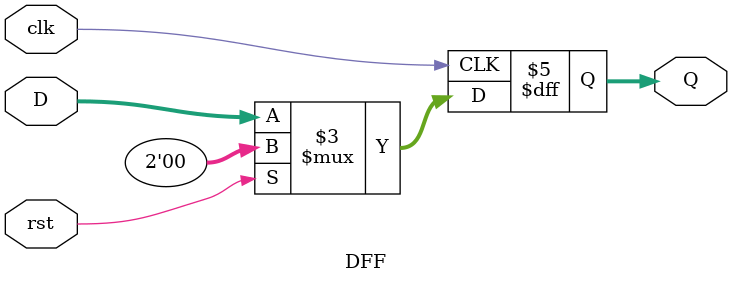
<source format=v>
`timescale 1ps / 1ps
module DFF #(parameter W = 2)
(output reg [W-1:0]Q, input [W-1:0]D, input clk,rst);
    always @(posedge clk) begin
        if (rst) begin
        Q <= 0;
        end
        else begin
         Q <= D;
        end
    end
endmodule


</source>
